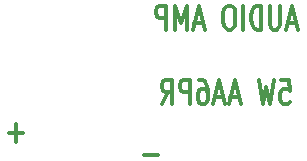
<source format=gbo>
G04 (created by PCBNEW-RS274X (2011-05-25)-stable) date Thu 09 Aug 2012 06:56:50 PM EDT*
G01*
G70*
G90*
%MOIN*%
G04 Gerber Fmt 3.4, Leading zero omitted, Abs format*
%FSLAX34Y34*%
G04 APERTURE LIST*
%ADD10C,0.006000*%
%ADD11C,0.012000*%
G04 APERTURE END LIST*
G54D10*
G54D11*
X50522Y-31269D02*
X50979Y-31269D01*
X46022Y-30519D02*
X46479Y-30519D01*
X46250Y-30824D02*
X46250Y-30214D01*
X55593Y-26845D02*
X55307Y-26845D01*
X55650Y-27074D02*
X55450Y-26274D01*
X55250Y-27074D01*
X55050Y-26274D02*
X55050Y-26921D01*
X55022Y-26998D01*
X54993Y-27036D01*
X54936Y-27074D01*
X54822Y-27074D01*
X54764Y-27036D01*
X54736Y-26998D01*
X54707Y-26921D01*
X54707Y-26274D01*
X54421Y-27074D02*
X54421Y-26274D01*
X54278Y-26274D01*
X54193Y-26312D01*
X54135Y-26388D01*
X54107Y-26464D01*
X54078Y-26617D01*
X54078Y-26731D01*
X54107Y-26883D01*
X54135Y-26960D01*
X54193Y-27036D01*
X54278Y-27074D01*
X54421Y-27074D01*
X53821Y-27074D02*
X53821Y-26274D01*
X53421Y-26274D02*
X53307Y-26274D01*
X53249Y-26312D01*
X53192Y-26388D01*
X53164Y-26540D01*
X53164Y-26807D01*
X53192Y-26960D01*
X53249Y-27036D01*
X53307Y-27074D01*
X53421Y-27074D01*
X53478Y-27036D01*
X53535Y-26960D01*
X53564Y-26807D01*
X53564Y-26540D01*
X53535Y-26388D01*
X53478Y-26312D01*
X53421Y-26274D01*
X52478Y-26845D02*
X52192Y-26845D01*
X52535Y-27074D02*
X52335Y-26274D01*
X52135Y-27074D01*
X51935Y-27074D02*
X51935Y-26274D01*
X51735Y-26845D01*
X51535Y-26274D01*
X51535Y-27074D01*
X51249Y-27074D02*
X51249Y-26274D01*
X51021Y-26274D01*
X50963Y-26312D01*
X50935Y-26350D01*
X50906Y-26426D01*
X50906Y-26540D01*
X50935Y-26617D01*
X50963Y-26655D01*
X51021Y-26693D01*
X51249Y-26693D01*
X55077Y-28754D02*
X55363Y-28754D01*
X55392Y-29135D01*
X55363Y-29097D01*
X55306Y-29059D01*
X55163Y-29059D01*
X55106Y-29097D01*
X55077Y-29135D01*
X55049Y-29211D01*
X55049Y-29401D01*
X55077Y-29478D01*
X55106Y-29516D01*
X55163Y-29554D01*
X55306Y-29554D01*
X55363Y-29516D01*
X55392Y-29478D01*
X54849Y-28754D02*
X54706Y-29554D01*
X54592Y-28982D01*
X54478Y-29554D01*
X54335Y-28754D01*
X53678Y-29325D02*
X53392Y-29325D01*
X53735Y-29554D02*
X53535Y-28754D01*
X53335Y-29554D01*
X53164Y-29325D02*
X52878Y-29325D01*
X53221Y-29554D02*
X53021Y-28754D01*
X52821Y-29554D01*
X52364Y-28754D02*
X52478Y-28754D01*
X52535Y-28792D01*
X52564Y-28830D01*
X52621Y-28944D01*
X52650Y-29097D01*
X52650Y-29401D01*
X52621Y-29478D01*
X52593Y-29516D01*
X52535Y-29554D01*
X52421Y-29554D01*
X52364Y-29516D01*
X52335Y-29478D01*
X52307Y-29401D01*
X52307Y-29211D01*
X52335Y-29135D01*
X52364Y-29097D01*
X52421Y-29059D01*
X52535Y-29059D01*
X52593Y-29097D01*
X52621Y-29135D01*
X52650Y-29211D01*
X52050Y-29554D02*
X52050Y-28754D01*
X51822Y-28754D01*
X51764Y-28792D01*
X51736Y-28830D01*
X51707Y-28906D01*
X51707Y-29020D01*
X51736Y-29097D01*
X51764Y-29135D01*
X51822Y-29173D01*
X52050Y-29173D01*
X51107Y-29554D02*
X51307Y-29173D01*
X51450Y-29554D02*
X51450Y-28754D01*
X51222Y-28754D01*
X51164Y-28792D01*
X51136Y-28830D01*
X51107Y-28906D01*
X51107Y-29020D01*
X51136Y-29097D01*
X51164Y-29135D01*
X51222Y-29173D01*
X51450Y-29173D01*
M02*

</source>
